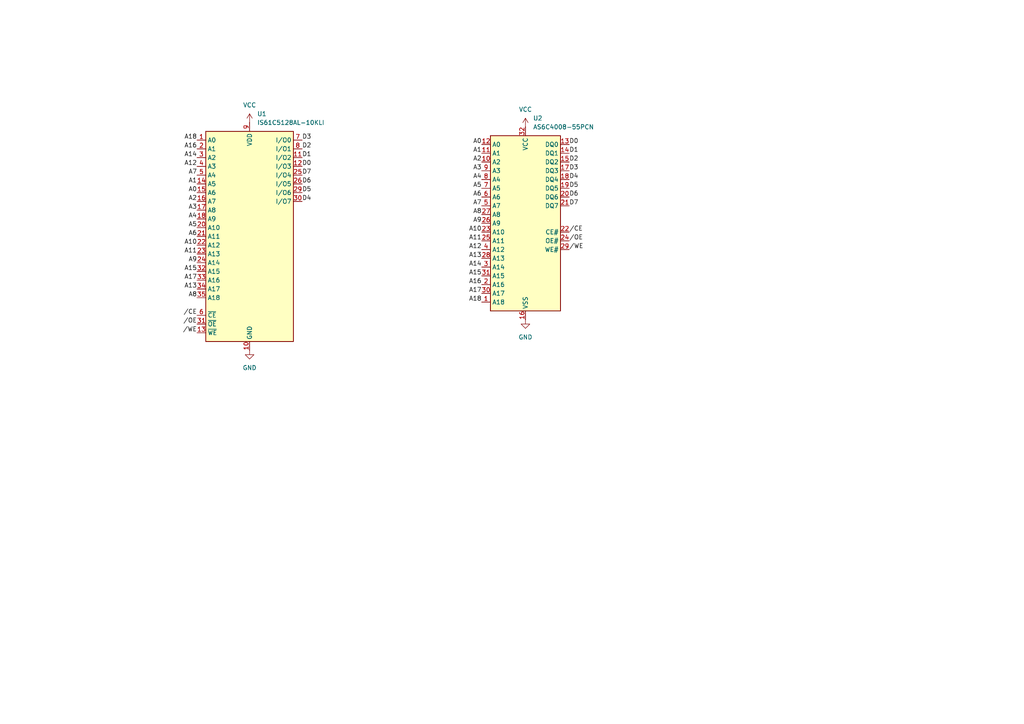
<source format=kicad_sch>
(kicad_sch (version 20231120) (generator "eeschema") (generator_version "8.0")
  (paper "A4")
  (lib_symbols
    (symbol "Memory_RAM:AS6C4008-55PCN"
      (property "Reference" "U" (at -10.16 26.035 0))
      (property "Value" "AS6C4008-55PCN" (at 2.54 26.035 0))
      (symbol "AS6C4008-55PCN_0_0"
        (pin power_in line (at 0 -27.94 90) (length 2.54) (name "VSS") (number "16"))
        (pin power_in line (at 0 27.94 270) (length 2.54) (name "VCC") (number "32"))
      )
      (symbol "AS6C4008-55PCN_0_1"
        (rectangle (start -10.16 25.4) (end 10.16 -25.4) (stroke (width 0.254)) (fill (type background)))
      )
      (symbol "AS6C4008-55PCN_1_1"
        (pin input line (at -12.7 -22.86 0) (length 2.54) (name "A18") (number "1"))
        (pin input line (at -12.7 17.78 0) (length 2.54) (name "A2") (number "10"))
        (pin input line (at -12.7 20.32 0) (length 2.54) (name "A1") (number "11"))
        (pin input line (at -12.7 22.86 0) (length 2.54) (name "A0") (number "12"))
        (pin tri_state line (at 12.7 22.86 180) (length 2.54) (name "DQ0") (number "13"))
        (pin tri_state line (at 12.7 20.32 180) (length 2.54) (name "DQ1") (number "14"))
        (pin tri_state line (at 12.7 17.78 180) (length 2.54) (name "DQ2") (number "15"))
        (pin tri_state line (at 12.7 15.24 180) (length 2.54) (name "DQ3") (number "17"))
        (pin tri_state line (at 12.7 12.7 180) (length 2.54) (name "DQ4") (number "18"))
        (pin tri_state line (at 12.7 10.16 180) (length 2.54) (name "DQ5") (number "19"))
        (pin input line (at -12.7 -17.78 0) (length 2.54) (name "A16") (number "2"))
        (pin tri_state line (at 12.7 7.62 180) (length 2.54) (name "DQ6") (number "20"))
        (pin tri_state line (at 12.7 5.08 180) (length 2.54) (name "DQ7") (number "21"))
        (pin input line (at 12.7 -2.54 180) (length 2.54) (name "CE#") (number "22"))
        (pin input line (at -12.7 -2.54 0) (length 2.54) (name "A10") (number "23"))
        (pin input line (at 12.7 -5.08 180) (length 2.54) (name "OE#") (number "24"))
        (pin input line (at -12.7 -5.08 0) (length 2.54) (name "A11") (number "25"))
        (pin input line (at -12.7 0 0) (length 2.54) (name "A9") (number "26"))
        (pin input line (at -12.7 2.54 0) (length 2.54) (name "A8") (number "27"))
        (pin input line (at -12.7 -10.16 0) (length 2.54) (name "A13") (number "28"))
        (pin input line (at 12.7 -7.62 180) (length 2.54) (name "WE#") (number "29"))
        (pin input line (at -12.7 -12.7 0) (length 2.54) (name "A14") (number "3"))
        (pin input line (at -12.7 -20.32 0) (length 2.54) (name "A17") (number "30"))
        (pin input line (at -12.7 -15.24 0) (length 2.54) (name "A15") (number "31"))
        (pin input line (at -12.7 -7.62 0) (length 2.54) (name "A12") (number "4"))
        (pin input line (at -12.7 5.08 0) (length 2.54) (name "A7") (number "5"))
        (pin input line (at -12.7 7.62 0) (length 2.54) (name "A6") (number "6"))
        (pin input line (at -12.7 10.16 0) (length 2.54) (name "A5") (number "7"))
        (pin input line (at -12.7 12.7 0) (length 2.54) (name "A4") (number "8"))
        (pin input line (at -12.7 15.24 0) (length 2.54) (name "A3") (number "9"))
      )
    )
    (symbol "Memory_RAM:IS61C5128AL-10KLI"
      (property "Reference" "U" (at -10.16 31.75 0))
      (property "Value" "IS61C5128AL-10KLI" (at 12.7 31.75 0))
      (symbol "IS61C5128AL-10KLI_0_1"
        (rectangle (start -12.7 30.48) (end 12.7 -30.48) (stroke (width 0.254)) (fill (type background)))
      )
      (symbol "IS61C5128AL-10KLI_1_1"
        (pin input line (at -15.24 27.94 0) (length 2.54) (name "A0") (number "1"))
        (pin power_in line (at 0 -33.02 90) (length 2.54) (name "GND") (number "10"))
        (pin bidirectional line (at 15.24 22.86 180) (length 2.54) (name "I/O2") (number "11"))
        (pin bidirectional line (at 15.24 20.32 180) (length 2.54) (name "I/O3") (number "12"))
        (pin input line (at -15.24 -27.94 0) (length 2.54) (name "~{WE}") (number "13"))
        (pin input line (at -15.24 15.24 0) (length 2.54) (name "A5") (number "14"))
        (pin input line (at -15.24 12.7 0) (length 2.54) (name "A6") (number "15"))
        (pin input line (at -15.24 10.16 0) (length 2.54) (name "A7") (number "16"))
        (pin input line (at -15.24 7.62 0) (length 2.54) (name "A8") (number "17"))
        (pin input line (at -15.24 5.08 0) (length 2.54) (name "A9") (number "18"))
        (pin no_connect line (at 12.7 -27.94 180) (length 2.54) hide (name "NC") (number "19"))
        (pin input line (at -15.24 25.4 0) (length 2.54) (name "A1") (number "2"))
        (pin input line (at -15.24 2.54 0) (length 2.54) (name "A10") (number "20"))
        (pin input line (at -15.24 0 0) (length 2.54) (name "A11") (number "21"))
        (pin input line (at -15.24 -2.54 0) (length 2.54) (name "A12") (number "22"))
        (pin input line (at -15.24 -5.08 0) (length 2.54) (name "A13") (number "23"))
        (pin input line (at -15.24 -7.62 0) (length 2.54) (name "A14") (number "24"))
        (pin bidirectional line (at 15.24 17.78 180) (length 2.54) (name "I/O4") (number "25"))
        (pin bidirectional line (at 15.24 15.24 180) (length 2.54) (name "I/O5") (number "26"))
        (pin passive line (at 0 33.02 270) (length 2.54) hide (name "VDD") (number "27"))
        (pin passive line (at 0 -33.02 90) (length 2.54) hide (name "GND") (number "28"))
        (pin bidirectional line (at 15.24 12.7 180) (length 2.54) (name "I/O6") (number "29"))
        (pin input line (at -15.24 22.86 0) (length 2.54) (name "A2") (number "3"))
        (pin bidirectional line (at 15.24 10.16 180) (length 2.54) (name "I/O7") (number "30"))
        (pin input line (at -15.24 -25.4 0) (length 2.54) (name "~{OE}") (number "31"))
        (pin input line (at -15.24 -10.16 0) (length 2.54) (name "A15") (number "32"))
        (pin input line (at -15.24 -12.7 0) (length 2.54) (name "A16") (number "33"))
        (pin input line (at -15.24 -15.24 0) (length 2.54) (name "A17") (number "34"))
        (pin input line (at -15.24 -17.78 0) (length 2.54) (name "A18") (number "35"))
        (pin no_connect line (at 12.7 -25.4 180) (length 2.54) hide (name "NC") (number "36"))
        (pin input line (at -15.24 20.32 0) (length 2.54) (name "A3") (number "4"))
        (pin input line (at -15.24 17.78 0) (length 2.54) (name "A4") (number "5"))
        (pin input line (at -15.24 -22.86 0) (length 2.54) (name "~{CE}") (number "6"))
        (pin bidirectional line (at 15.24 27.94 180) (length 2.54) (name "I/O0") (number "7"))
        (pin bidirectional line (at 15.24 25.4 180) (length 2.54) (name "I/O1") (number "8"))
        (pin power_in line (at 0 33.02 270) (length 2.54) (name "VDD") (number "9"))
      )
    )
    (symbol "power:GND" (power) (pin_numbers hide) (pin_names (offset 0) hide)
      (property "Value" "GND" (at 0 -3.81 0))
      (symbol "GND_0_1"
        (polyline (pts (xy 0 0) (xy 0 -1.27) (xy 1.27 -1.27) (xy 0 -2.54) (xy -1.27 -1.27) (xy 0 -1.27)))
      )
      (symbol "GND_1_1"
        (pin power_in line (at 0 0 270) (length 0) (name "~") (number "1"))
      )
    )
    (symbol "power:VCC" (power) (pin_numbers hide) (pin_names (offset 0) hide)
      (property "Value" "VCC" (at 0 3.556 0))
      (symbol "VCC_0_1"
        (polyline (pts (xy -0.762 1.27) (xy 0 2.54)))
        (polyline (pts (xy 0 0) (xy 0 2.54)))
        (polyline (pts (xy 0 2.54) (xy 0.762 1.27)))
      )
      (symbol "VCC_1_1"
        (pin power_in line (at 0 0 90) (length 0) (name "~") (number "1"))
      )
    )
  )
  (label "A4" (at 57.15 63.5 180))
  (label "D6" (at 87.63 53.34 0))
  (label "A1" (at 57.15 53.34 180))
  (label "A8" (at 139.7 62.23 180))
  (label "A15" (at 57.15 78.74 180))
  (label "D5" (at 87.63 55.88 0))
  (label "D7" (at 165.1 59.69 0))
  (label "A2" (at 57.15 58.42 180))
  (label "A4" (at 139.7 52.07 180))
  (label "A12" (at 139.7 72.39 180))
  (label "A13" (at 57.15 83.82 180))
  (label "A0" (at 57.15 55.88 180))
  (label "D3" (at 165.1 49.53 0))
  (label "D1" (at 87.63 45.72 0))
  (label "D5" (at 165.1 54.61 0))
  (label "D7" (at 87.63 50.8 0))
  (label "A14" (at 139.7 77.47 180))
  (label "{slash}CE" (at 165.1 67.31 0))
  (label "A7" (at 139.7 59.69 180))
  (label "A9" (at 57.15 76.2 180))
  (label "A6" (at 57.15 68.58 180))
  (label "A18" (at 57.15 40.64 180))
  (label "A7" (at 57.15 50.8 180))
  (label "A0" (at 139.7 41.91 180))
  (label "A16" (at 139.7 82.55 180))
  (label "A18" (at 139.7 87.63 180))
  (label "D2" (at 87.63 43.18 0))
  (label "A9" (at 139.7 64.77 180))
  (label "A17" (at 57.15 81.28 180))
  (label "A11" (at 57.15 73.66 180))
  (label "A2" (at 139.7 46.99 180))
  (label "D2" (at 165.1 46.99 0))
  (label "A16" (at 57.15 43.18 180))
  (label "{slash}WE" (at 57.15 96.52 180))
  (label "A10" (at 139.7 67.31 180))
  (label "{slash}OE" (at 165.1 69.85 0))
  (label "A13" (at 139.7 74.93 180))
  (label "D3" (at 87.63 40.64 0))
  (label "D4" (at 87.63 58.42 0))
  (label "A5" (at 57.15 66.04 180))
  (label "A8" (at 57.15 86.36 180))
  (label "A15" (at 139.7 80.01 180))
  (label "D1" (at 165.1 44.45 0))
  (label "A11" (at 139.7 69.85 180))
  (label "{slash}CE" (at 57.15 91.44 180))
  (label "A14" (at 57.15 45.72 180))
  (label "A17" (at 139.7 85.09 180))
  (label "A3" (at 57.15 60.96 180))
  (label "D6" (at 165.1 57.15 0))
  (label "A5" (at 139.7 54.61 180))
  (label "A3" (at 139.7 49.53 180))
  (label "A1" (at 139.7 44.45 180))
  (label "D0" (at 87.63 48.26 0))
  (label "D4" (at 165.1 52.07 0))
  (label "{slash}OE" (at 57.15 93.98 180))
  (label "D0" (at 165.1 41.91 0))
  (label "A10" (at 57.15 71.12 180))
  (label "A6" (at 139.7 57.15 180))
  (label "{slash}WE" (at 165.1 72.39 0))
  (label "A12" (at 57.15 48.26 180))
  (symbol (lib_id "Memory_RAM:IS61C5128AL-10KLI") (at 72.39 68.58 0) (unit 1)
    (property "Reference" "U1" (at 74.5841 33.02 0) (effects (justify left)))
    (property "Value" "IS61C5128AL-10KLI" (at 74.5841 35.56 0) (effects (justify left)))
    (property "Footprint" "Package_SO:SOJ-36_10.16x23.49mm_P1.27mm" (effects (hide yes)))
    (property "Datasheet" "http://www.issi.com/WW/pdf/61-64C5128AL.pdf" (effects (hide yes)))
    (property "Description" "512K x 8 HIGH-SPEED CMOS STATIC RAM, 10ns, SOJ-36" (effects (hide yes)))
  )
  (symbol (lib_id "power:GND") (at 72.39 101.6 0) (unit 1)
    (property "Reference" "#PWR03" (effects (hide yes)))
    (property "Value" "GND" (at 72.39 106.68 0))
    (property "Description" "Power symbol creates a global label with name \"GND\" , ground" (effects (hide yes)))
  )
  (symbol (lib_id "Memory_RAM:AS6C4008-55PCN") (at 152.4 64.77 0) (unit 1)
    (property "Reference" "U2" (at 154.5941 34.29 0) (effects (justify left)))
    (property "Value" "AS6C4008-55PCN" (at 154.5941 36.83 0) (effects (justify left)))
    (property "Footprint" "Package_DIP:DIP-32_W15.24mm" (effects (hide yes)))
    (property "Datasheet" "https://www.alliancememory.com/wp-content/uploads/pdf/AS6C4008.pdf" (effects (hide yes)))
    (property "Description" "512K x 8 Low Power CMOS RAM, DIP-32" (effects (hide yes)))
  )
  (symbol (lib_id "power:GND") (at 152.4 92.71 0) (unit 1)
    (property "Reference" "#PWR04" (effects (hide yes)))
    (property "Value" "GND" (at 152.4 97.79 0))
    (property "Description" "Power symbol creates a global label with name \"GND\" , ground" (effects (hide yes)))
  )
  (symbol (lib_id "power:VCC") (at 152.4 36.83 0) (unit 1)
    (property "Reference" "#PWR01" (effects (hide yes)))
    (property "Value" "VCC" (at 152.4 31.75 0))
    (property "Description" "Power symbol creates a global label with name \"VCC\"" (effects (hide yes)))
  )
  (symbol (lib_id "power:VCC") (at 72.39 35.56 0) (unit 1)
    (property "Reference" "#PWR02" (effects (hide yes)))
    (property "Value" "VCC" (at 72.39 30.48 0))
    (property "Description" "Power symbol creates a global label with name \"VCC\"" (effects (hide yes)))
  )
)
</source>
